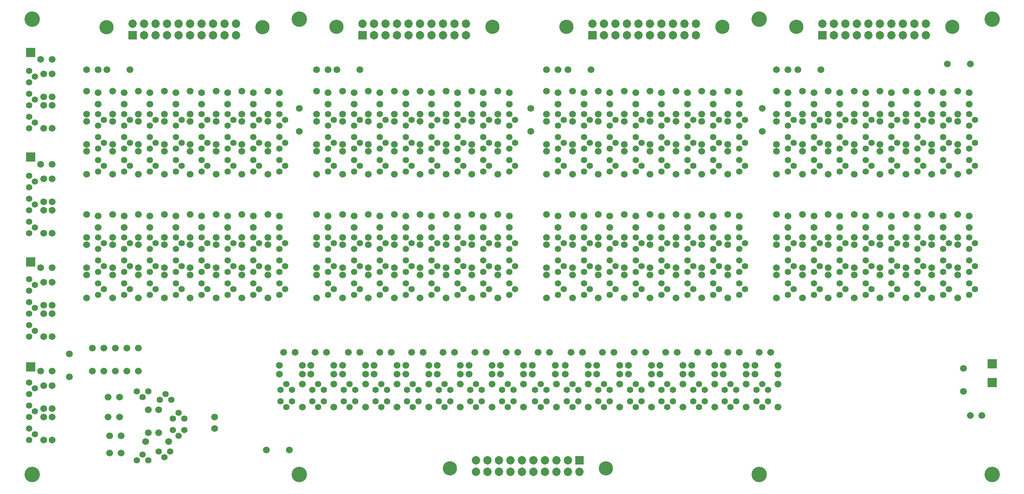
<source format=gbs>
G04 Output by ViewMate Deluxe V11.0.9  PentaLogix LLC*
G04 Mon Mar 30 14:28:06 2015*
%FSLAX33Y33*%
%MOMM*%
%IPPOS*%
%ADD106C,1.4122*%
%ADD107C,1.5113*%
%ADD108R,1.8542X1.8542*%
%ADD109C,1.8542*%
%ADD110C,3.1496*%
%ADD111R,2.0041X2.0041*%
%ADD112C,3.4036*%

%LPD*%
X0Y0D2*D106*G1X9296Y86360D3*X9296Y99060D3*X10566Y97790D3*X9296Y96520D3*X9296Y93980D3*X10566Y92710D3*X9296Y91440D3*X9296Y88900D3*X10566Y87630D3*X169951Y28575D3*X171221Y29845D3*X172491Y28575D3*X172491Y26035D3*X171221Y24765D3*X169951Y26035D3*X162966Y26035D3*X164236Y24765D3*X165506Y26035D3*X165506Y28575D3*X164236Y29845D3*X162966Y28575D3*X155981Y28575D3*X157251Y29845D3*X158521Y28575D3*X158521Y26035D3*X157251Y24765D3*X155981Y26035D3*X148996Y26035D3*X150266Y24765D3*X151536Y26035D3*X151536Y28575D3*X150266Y29845D3*X148996Y28575D3*X142011Y28575D3*X143281Y29845D3*X144551Y28575D3*X144551Y26035D3*X143281Y24765D3*X142011Y26035D3*X135026Y26035D3*X136296Y24765D3*X137566Y26035D3*X137566Y28575D3*X136296Y29845D3*X135026Y28575D3*X128041Y28575D3*X129311Y29845D3*X130581Y28575D3*X130581Y26035D3*X129311Y24765D3*X128041Y26035D3*X121056Y26035D3*X122326Y24765D3*X123596Y26035D3*X123596Y28575D3*X122326Y29845D3*X121056Y28575D3*X33109Y28258D3*X34379Y26988D3*X35649Y28258D3*X39459Y27622D3*X40729Y26352D3*X38189Y26352D3*X35649Y13018D3*X33109Y13018D3*X34379Y14288D3*X37871Y14922D3*X39141Y13652D3*X40411Y14922D3*X43586Y19685D3*X42316Y18415D3*X41046Y19685D3*X41046Y22225D3*X42316Y23495D3*X43586Y22225D3*X67399Y26035D3*X66129Y24765D3*X64859Y26035D3*X64859Y28575D3*X66129Y29845D3*X67399Y28575D3*X74384Y28575D3*X73114Y29845D3*X71844Y28575D3*X71844Y26035D3*X73114Y24765D3*X74384Y26035D3*X81369Y26035D3*X80099Y24765D3*X78829Y26035D3*X78829Y28575D3*X80099Y29845D3*X81369Y28575D3*X88354Y28575D3*X87084Y29845D3*X85814Y28575D3*X85814Y26035D3*X87084Y24765D3*X88354Y26035D3*X102324Y26035D3*X101054Y24765D3*X99784Y26035D3*X95339Y26035D3*X94069Y24765D3*X92799Y26035D3*X92799Y28575D3*X94069Y29845D3*X95339Y28575D3*X99784Y28575D3*X101054Y29845D3*X102324Y28575D3*X109309Y28575D3*X108039Y29845D3*X106769Y28575D3*X106769Y26035D3*X108039Y24765D3*X109309Y26035D3*X113754Y26035D3*X115024Y24765D3*X116294Y26035D3*X116294Y28575D3*X113754Y28575D3*X115024Y29845D3*X115341Y62230D3*X103911Y62230D3*X92481Y62230D3*X81051Y62230D3*X75336Y62230D3*X76606Y60960D3*X75336Y59690D3*X75336Y57150D3*X76606Y55880D3*X75336Y54610D3*X75336Y52070D3*X75336Y49530D3*X76606Y50800D3*X81051Y49530D3*X82321Y50800D3*X81051Y52070D3*X81051Y54610D3*X82321Y55880D3*X81051Y57150D3*X81051Y59690D3*X82321Y60960D3*X86766Y62230D3*X88036Y60960D3*X86766Y59690D3*X86766Y57150D3*X88036Y55880D3*X86766Y54610D3*X86766Y52070D3*X86766Y49530D3*X88036Y50800D3*X92481Y49530D3*X93751Y50800D3*X92481Y52070D3*X92481Y54610D3*X93751Y55880D3*X92481Y57150D3*X92481Y59690D3*X93751Y60960D3*X98196Y62230D3*X99466Y60960D3*X98196Y59690D3*X98196Y57150D3*X99466Y55880D3*X98196Y54610D3*X98196Y52070D3*X98196Y49530D3*X99466Y50800D3*X103911Y49530D3*X105181Y50800D3*X103911Y52070D3*X103911Y54610D3*X105181Y55880D3*X103911Y57150D3*X103911Y59690D3*X105181Y60960D3*X109626Y62230D3*X110896Y60960D3*X109626Y59690D3*X109626Y57150D3*X110896Y55880D3*X109626Y54610D3*X109626Y52070D3*X109626Y49530D3*X110896Y50800D3*X115341Y49530D3*X116611Y50800D3*X115341Y52070D3*X115341Y54610D3*X116611Y55880D3*X115341Y57150D3*X115341Y59690D3*X116611Y60960D3*X166141Y62230D3*X154711Y62230D3*X143281Y62230D3*X131851Y62230D3*X126136Y62230D3*X127406Y60960D3*X126136Y59690D3*X126136Y57150D3*X127406Y55880D3*X126136Y54610D3*X126136Y52070D3*X126136Y49530D3*X127406Y50800D3*X131851Y49530D3*X133121Y50800D3*X131851Y52070D3*X131851Y54610D3*X133121Y55880D3*X131851Y57150D3*X131851Y59690D3*X133121Y60960D3*X137566Y62230D3*X138836Y60960D3*X137566Y59690D3*X137566Y57150D3*X138836Y55880D3*X137566Y54610D3*X137566Y52070D3*X137566Y49530D3*X138836Y50800D3*X143281Y49530D3*X144551Y50800D3*X143281Y52070D3*X143281Y54610D3*X144551Y55880D3*X143281Y57150D3*X143281Y59690D3*X144551Y60960D3*X148996Y62230D3*X150266Y60960D3*X148996Y59690D3*X148996Y57150D3*X150266Y55880D3*X148996Y54610D3*X148996Y52070D3*X148996Y49530D3*X150266Y50800D3*X154711Y49530D3*X155981Y50800D3*X154711Y52070D3*X154711Y54610D3*X155981Y55880D3*X154711Y57150D3*X154711Y59690D3*X155981Y60960D3*X160426Y62230D3*X161696Y60960D3*X160426Y59690D3*X160426Y57150D3*X161696Y55880D3*X160426Y54610D3*X160426Y52070D3*X160426Y49530D3*X161696Y50800D3*X166141Y49530D3*X167411Y50800D3*X166141Y52070D3*X166141Y54610D3*X167411Y55880D3*X166141Y57150D3*X166141Y59690D3*X167411Y60960D3*X205511Y62230D3*X194081Y62230D3*X182651Y62230D3*X176936Y62230D3*X178206Y60960D3*X176936Y59690D3*X176936Y57150D3*X178206Y55880D3*X176936Y54610D3*X176936Y52070D3*X176936Y49530D3*X178206Y50800D3*X182651Y49530D3*X183921Y50800D3*X182651Y52070D3*X182651Y54610D3*X183921Y55880D3*X182651Y57150D3*X182651Y59690D3*X183921Y60960D3*X188366Y62230D3*X189636Y60960D3*X188366Y59690D3*X188366Y57150D3*X189636Y55880D3*X188366Y54610D3*X188366Y52070D3*X188366Y49530D3*X189636Y50800D3*X194081Y49530D3*X195351Y50800D3*X194081Y52070D3*X194081Y54610D3*X195351Y55880D3*X194081Y57150D3*X194081Y59690D3*X195351Y60960D3*X199796Y62230D3*X201066Y60960D3*X199796Y59690D3*X199796Y57150D3*X201066Y55880D3*X199796Y54610D3*X199796Y52070D3*X199796Y49530D3*X201066Y50800D3*X205511Y49530D3*X206781Y50800D3*X205511Y52070D3*X205511Y54610D3*X206781Y55880D3*X205511Y57150D3*X205511Y59690D3*X206781Y60960D3*X211226Y62230D3*X212496Y60960D3*X211226Y59690D3*X211226Y57150D3*X212496Y55880D3*X211226Y54610D3*X211226Y52070D3*X211226Y49530D3*X212496Y50800D3*X216941Y49530D3*X218211Y50800D3*X216941Y52070D3*X216941Y54610D3*X218211Y55880D3*X216941Y57150D3*X216941Y59690D3*X218211Y60960D3*X216941Y62230D3*X216941Y76835D3*X218211Y78105D3*X216941Y79375D3*X216941Y81915D3*X218211Y83185D3*X216941Y84455D3*X216941Y86995D3*X218211Y88265D3*X216941Y89535D3*X211226Y89535D3*X212496Y88265D3*X211226Y86995D3*X211226Y84455D3*X212496Y83185D3*X211226Y81915D3*X211226Y79375D3*X212496Y78105D3*X211226Y76835D3*X205511Y76835D3*X206781Y78105D3*X205511Y79375D3*X205511Y81915D3*X206781Y83185D3*X205511Y84455D3*X205511Y86995D3*X206781Y88265D3*X205511Y89535D3*X199796Y89535D3*X201066Y88265D3*X199796Y86995D3*X199796Y84455D3*X201066Y83185D3*X199796Y81915D3*X199796Y79375D3*X201066Y78105D3*X199796Y76835D3*X194081Y76835D3*X195351Y78105D3*X194081Y79375D3*X194081Y81915D3*X195351Y83185D3*X194081Y84455D3*X194081Y86995D3*X195351Y88265D3*X194081Y89535D3*X188366Y89535D3*X189636Y88265D3*X188366Y86995D3*X188366Y84455D3*X189636Y83185D3*X188366Y81915D3*X188366Y79375D3*X189636Y78105D3*X188366Y76835D3*X182651Y76835D3*X183921Y78105D3*X182651Y79375D3*X182651Y81915D3*X183921Y83185D3*X182651Y84455D3*X182651Y86995D3*X183921Y88265D3*X182651Y89535D3*X176936Y89535D3*X178206Y88265D3*X176936Y86995D3*X176936Y84455D3*X178206Y83185D3*X176936Y81915D3*X176936Y79375D3*X178206Y78105D3*X176936Y76835D3*X166141Y76835D3*X167411Y78105D3*X166141Y79375D3*X166141Y81915D3*X167411Y83185D3*X166141Y84455D3*X166141Y86995D3*X167411Y88265D3*X166141Y89535D3*X160426Y89535D3*X161696Y88265D3*X160426Y86995D3*X160426Y84455D3*X161696Y83185D3*X160426Y81915D3*X160426Y79375D3*X161696Y78105D3*X160426Y76835D3*X154711Y76835D3*X155981Y78105D3*X154711Y79375D3*X154711Y81915D3*X155981Y83185D3*X154711Y84455D3*X154711Y86995D3*X155981Y88265D3*X154711Y89535D3*X148996Y89535D3*X150266Y88265D3*X148996Y86995D3*X148996Y84455D3*X150266Y83185D3*X148996Y81915D3*X148996Y79375D3*X150266Y78105D3*X148996Y76835D3*X143281Y76835D3*X144551Y78105D3*X143281Y79375D3*X143281Y81915D3*X144551Y83185D3*X143281Y84455D3*X143281Y86995D3*X144551Y88265D3*X143281Y89535D3*X137566Y89535D3*X138836Y88265D3*X137566Y86995D3*X137566Y84455D3*X138836Y83185D3*X137566Y81915D3*X137566Y79375D3*X138836Y78105D3*X137566Y76835D3*X131851Y76835D3*X133121Y78105D3*X131851Y79375D3*X131851Y81915D3*X133121Y83185D3*X131851Y84455D3*X131851Y86995D3*X133121Y88265D3*X131851Y89535D3*X126136Y89535D3*X127406Y88265D3*X126136Y86995D3*X126136Y84455D3*X127406Y83185D3*X126136Y81915D3*X126136Y79375D3*X127406Y78105D3*X126136Y76835D3*X115341Y76835D3*X116611Y78105D3*X115341Y79375D3*X115341Y81915D3*X116611Y83185D3*X115341Y84455D3*X115341Y86995D3*X116611Y88265D3*X115341Y89535D3*X109626Y89535D3*X110896Y88265D3*X109626Y86995D3*X109626Y84455D3*X110896Y83185D3*X109626Y81915D3*X109626Y79375D3*X110896Y78105D3*X109626Y76835D3*X103911Y76835D3*X105181Y78105D3*X103911Y79375D3*X103911Y81915D3*X105181Y83185D3*X103911Y84455D3*X103911Y86995D3*X105181Y88265D3*X103911Y89535D3*X98196Y89535D3*X99466Y88265D3*X98196Y86995D3*X98196Y84455D3*X99466Y83185D3*X98196Y81915D3*X98196Y79375D3*X99466Y78105D3*X98196Y76835D3*X92481Y76835D3*X93751Y78105D3*X92481Y79375D3*X92481Y81915D3*X93751Y83185D3*X92481Y84455D3*X92481Y86995D3*X93751Y88265D3*X92481Y89535D3*X86766Y89535D3*X88036Y88265D3*X86766Y86995D3*X86766Y84455D3*X88036Y83185D3*X86766Y81915D3*X86766Y79375D3*X88036Y78105D3*X86766Y76835D3*X81051Y76835D3*X82321Y78105D3*X81051Y79375D3*X81051Y81915D3*X82321Y83185D3*X81051Y84455D3*X81051Y86995D3*X82321Y88265D3*X81051Y89535D3*X75336Y89535D3*X76606Y88265D3*X75336Y86995D3*X75336Y84455D3*X76606Y83185D3*X75336Y81915D3*X75336Y79375D3*X76606Y78105D3*X75336Y76835D3*X64541Y76835D3*X65811Y78105D3*X64541Y79375D3*X64541Y81915D3*X65811Y83185D3*X64541Y84455D3*X64541Y86995D3*X65811Y88265D3*X64541Y89535D3*X58826Y89535D3*X60096Y88265D3*X58826Y86995D3*X58826Y84455D3*X60096Y83185D3*X58826Y81915D3*X58826Y79375D3*X60096Y78105D3*X58826Y76835D3*X53111Y76835D3*X54381Y78105D3*X53111Y79375D3*X53111Y81915D3*X54381Y83185D3*X53111Y84455D3*X53111Y86995D3*X54381Y88265D3*X53111Y89535D3*X47396Y89535D3*X48666Y88265D3*X47396Y86995D3*X47396Y84455D3*X48666Y83185D3*X47396Y81915D3*X47396Y79375D3*X48666Y78105D3*X47396Y76835D3*X41681Y76835D3*X42951Y78105D3*X41681Y79375D3*X41681Y81915D3*X42951Y83185D3*X41681Y84455D3*X41681Y86995D3*X42951Y88265D3*X41681Y89535D3*X35966Y89535D3*X37236Y88265D3*X35966Y86995D3*X35966Y84455D3*X37236Y83185D3*X35966Y81915D3*X35966Y79375D3*X37236Y78105D3*X35966Y76835D3*X30251Y76835D3*X31521Y78105D3*X30251Y79375D3*X30251Y81915D3*X31521Y83185D3*X30251Y84455D3*X30251Y86995D3*X31521Y88265D3*X30251Y89535D3*X24536Y89535D3*X25806Y88265D3*X24536Y86995D3*X24536Y84455D3*X25806Y83185D3*X24536Y81915D3*X24536Y79375D3*X25806Y78105D3*X24536Y76835D3*X9296Y75882D3*X10566Y74612D3*X9296Y73342D3*X9296Y70802D3*X10566Y69532D3*X9296Y68262D3*X9296Y65722D3*X9296Y63182D3*X10566Y64452D3*X24536Y62230D3*X47396Y62230D3*X58826Y52070D3*X58826Y49530D3*X60096Y50800D3*X64541Y49530D3*X65811Y50800D3*X64541Y52070D3*X64541Y54610D3*X65811Y55880D3*X64541Y57150D3*X64541Y59690D3*X65811Y60960D3*X64541Y62230D3*X58826Y62230D3*X60096Y60960D3*X58826Y59690D3*X58826Y57150D3*X60096Y55880D3*X58826Y54610D3*X47396Y54610D3*X48666Y55880D3*X47396Y57150D3*X47396Y59690D3*X48666Y60960D3*X53111Y62230D3*X54381Y60960D3*X53111Y59690D3*X53111Y57150D3*X54381Y55880D3*X53111Y54610D3*X53111Y52070D3*X54381Y50800D3*X53111Y49530D3*X47396Y49530D3*X48666Y50800D3*X47396Y52070D3*X35966Y52070D3*X35966Y49530D3*X37236Y50800D3*X41681Y49530D3*X42951Y50800D3*X41681Y52070D3*X41681Y54610D3*X42951Y55880D3*X41681Y57150D3*X41681Y59690D3*X42951Y60960D3*X41681Y62230D3*X35966Y62230D3*X37236Y60960D3*X35966Y59690D3*X35966Y57150D3*X37236Y55880D3*X35966Y54610D3*X24536Y54610D3*X25806Y55880D3*X24536Y57150D3*X24536Y59690D3*X25806Y60960D3*X30251Y62230D3*X31521Y60960D3*X30251Y59690D3*X30251Y57150D3*X31521Y55880D3*X30251Y54610D3*X30251Y52070D3*X31521Y50800D3*X30251Y49530D3*X24536Y49530D3*X25806Y50800D3*X24536Y52070D3*X9296Y53022D3*X10566Y51752D3*X9296Y50482D3*X9296Y47942D3*X10566Y46672D3*X9296Y45402D3*X9296Y42862D3*X10566Y41592D3*X9296Y40322D3*X9296Y30162D3*X10566Y28892D3*X9296Y27622D3*X9296Y25082D3*X10566Y23812D3*X9296Y22542D3*X9296Y20002D3*X10566Y18732D3*X9296Y17462D3*D107*X31521Y99378D3*X26441Y99378D3*X24536Y99378D3*X21996Y99378D3*X14376Y101600D3*X11836Y101600D3*X12471Y98425D3*X14376Y98425D3*X14376Y91440D3*X14376Y93345D3*X12471Y93345D3*X12471Y91440D3*X12471Y70168D3*X14376Y70168D3*X14376Y68262D3*X12471Y68262D3*X12471Y63182D3*X14376Y63182D3*X14376Y52388D3*X12471Y52388D3*X11836Y55562D3*X14376Y55562D3*X21996Y55562D3*X21996Y53975D3*X27711Y53975D3*X27711Y55562D3*X33426Y55562D3*X33426Y53975D3*X62001Y53975D3*X62001Y55562D3*X56286Y55562D3*X56286Y53975D3*X50571Y53975D3*X50571Y55562D3*X44856Y55562D3*X44856Y53975D3*X39141Y53975D3*X39141Y55562D3*X41681Y64452D3*X53111Y64452D3*X64541Y64452D3*X62001Y60642D3*X62001Y62230D3*X58826Y64452D3*X56286Y62230D3*X56286Y60642D3*X50571Y60642D3*X50571Y62230D3*X47396Y64452D3*X44856Y62230D3*X44856Y60642D3*X39141Y60642D3*X39141Y62230D3*X35966Y64452D3*X33426Y60642D3*X33426Y62230D3*X30251Y64452D3*X27711Y62230D3*X27711Y60642D3*X21996Y60642D3*X21996Y62230D3*X24536Y64452D3*X21996Y67310D3*X24536Y66992D3*X27711Y67310D3*X30251Y66992D3*X33426Y67310D3*X35966Y66992D3*X39141Y67310D3*X41681Y66992D3*X44856Y67310D3*X47396Y66992D3*X50571Y67310D3*X53111Y66992D3*X56286Y67310D3*X58826Y66992D3*X62001Y67310D3*X64541Y66992D3*X123596Y99378D3*X126136Y99378D3*X128359Y99378D3*X133439Y99378D3*X208686Y60642D3*X208686Y62230D3*X211226Y64452D3*X208686Y67310D3*X211226Y66992D3*X214401Y67310D3*X216941Y66992D3*X216941Y64452D3*X214401Y62230D3*X214401Y60642D3*X219799Y22860D3*X217259Y22860D3*X215671Y33338D3*X215671Y28258D3*X174714Y24765D3*X174714Y29845D3*X174714Y32068D3*X174714Y33972D3*X173126Y36830D3*X170586Y36830D3*X143281Y64452D3*X154711Y64452D3*X174396Y53975D3*X174396Y55562D3*X180111Y55562D3*X180111Y53975D3*X185826Y53975D3*X185826Y55562D3*X191541Y55562D3*X191541Y53975D3*X197256Y53975D3*X197256Y55562D3*X202971Y55562D3*X202971Y53975D3*X208686Y53975D3*X208686Y55562D3*X214401Y55562D3*X214401Y53975D3*X214401Y48895D3*X208686Y48895D3*X202971Y48895D3*X197256Y48895D3*X191541Y48895D3*X185826Y48895D3*X180111Y48895D3*X174396Y48895D3*X163601Y48895D3*X157886Y48895D3*X152171Y48895D3*X146456Y48895D3*X140741Y48895D3*X135026Y48895D3*X129311Y48895D3*X123596Y48895D3*X97561Y24765D3*X104546Y24765D3*X111531Y24765D3*X118516Y24765D3*X125819Y24765D3*X132804Y24765D3*X139789Y24765D3*X146774Y24765D3*X153759Y24765D3*X160744Y24765D3*X167729Y24765D3*X167729Y29845D3*X167729Y32068D3*X169634Y32068D3*X169634Y33972D3*X167729Y33972D3*X166141Y36830D3*X163601Y36830D3*X156934Y36830D3*X159474Y36830D3*X160744Y33972D3*X162649Y33972D3*X162649Y32068D3*X160744Y32068D3*X160744Y29845D3*X153759Y29845D3*X153759Y32068D3*X155664Y32068D3*X155664Y33972D3*X153759Y33972D3*X152489Y36830D3*X149949Y36830D3*X142964Y36830D3*X145504Y36830D3*X146774Y33972D3*X148679Y33972D3*X148679Y32068D3*X146774Y32068D3*X146774Y29845D3*X139789Y29845D3*X139789Y32068D3*X141694Y32068D3*X141694Y33972D3*X139789Y33972D3*X138519Y36830D3*X135979Y36830D3*X128994Y36830D3*X131534Y36830D3*X132804Y33972D3*X134709Y33972D3*X134709Y32068D3*X132804Y32068D3*X132804Y29845D3*X125819Y29845D3*X125501Y32068D3*X127724Y32068D3*X127724Y33972D3*X125501Y33972D3*X124231Y36830D3*X121691Y36830D3*X114706Y36830D3*X117246Y36830D3*X118516Y33972D3*X120421Y33972D3*X120421Y32068D3*X118516Y32068D3*X118516Y29845D3*X111531Y29845D3*X111531Y32068D3*X113436Y32068D3*X113436Y33972D3*X111531Y33972D3*X110261Y36830D3*X107721Y36830D3*X100736Y36830D3*X103276Y36830D3*X104546Y33972D3*X106451Y33972D3*X106451Y32068D3*X104546Y32068D3*X104546Y29845D3*X97561Y29845D3*X97561Y32068D3*X99466Y32068D3*X99466Y33972D3*X97561Y33972D3*X96291Y36830D3*X93751Y36830D3*X76606Y29845D3*X68034Y36830D3*X65494Y36830D3*X64541Y33972D3*X64541Y32068D3*X69621Y29845D3*X71526Y32068D3*X69621Y32068D3*X69621Y33972D3*X71526Y33972D3*X72479Y36830D3*X75019Y36830D3*X82321Y36830D3*X79781Y36830D3*X78511Y33972D3*X76606Y33972D3*X76606Y32068D3*X78511Y32068D3*X83591Y29845D3*X85496Y32068D3*X83591Y32068D3*X83591Y33972D3*X85496Y33972D3*X86766Y36830D3*X89306Y36830D3*X90576Y33972D3*X92481Y33972D3*X92481Y32068D3*X90576Y32068D3*X90576Y29845D3*X90576Y24765D3*X83591Y24765D3*X76606Y24765D3*X69621Y24765D3*X66764Y15240D3*X61684Y15240D3*X50254Y20002D3*X50254Y22542D3*X26759Y26988D3*X29299Y26988D3*X37871Y24130D3*X35649Y24130D3*X29299Y22542D3*X26759Y22542D3*X27076Y14605D3*X29616Y14605D3*X40094Y17145D3*X37871Y19050D3*X35649Y19050D3*X35014Y17145D3*X29616Y18415D3*X27076Y18415D3*X12471Y17462D3*X14376Y17462D3*X14376Y22542D3*X12471Y22542D3*X12471Y24448D3*X14376Y24448D3*X14376Y29528D3*X12471Y29528D3*X11836Y32702D3*X14376Y32702D3*X18186Y31432D3*X23266Y32702D3*X25806Y32702D3*X28346Y32702D3*X30886Y32702D3*X33426Y32702D3*X33426Y37782D3*X30886Y37782D3*X28346Y37782D3*X25806Y37782D3*X23266Y37782D3*X18186Y36512D3*X12471Y40322D3*X14376Y40322D3*X14376Y45402D3*X12471Y45402D3*X12471Y47308D3*X14376Y47308D3*X21996Y48895D3*X27711Y48895D3*X33426Y48895D3*X39141Y48895D3*X44856Y48895D3*X50571Y48895D3*X56286Y48895D3*X62001Y48895D3*X72796Y48895D3*X78511Y48895D3*X84226Y48895D3*X89941Y48895D3*X95656Y48895D3*X101371Y48895D3*X107086Y48895D3*X112801Y48895D3*X112801Y60642D3*X112801Y62230D3*X115341Y64452D3*X115341Y66992D3*X112801Y67310D3*X107086Y67310D3*X109626Y66992D3*X109626Y64452D3*X107086Y62230D3*X107086Y60642D3*X101371Y60642D3*X101371Y62230D3*X103911Y64452D3*X103911Y66992D3*X101371Y67310D3*X95656Y67310D3*X98196Y66992D3*X98196Y64452D3*X95656Y62230D3*X95656Y60642D3*X89941Y60642D3*X89941Y62230D3*X92481Y64452D3*X92481Y66992D3*X89941Y67310D3*X84226Y67310D3*X86766Y66992D3*X86766Y64452D3*X84226Y62230D3*X84226Y60642D3*X78511Y60642D3*X78511Y62230D3*X81051Y64452D3*X81051Y66992D3*X78511Y67310D3*X72796Y67310D3*X75336Y66992D3*X75336Y64452D3*X72796Y62230D3*X72796Y60642D3*X72796Y55562D3*X72796Y53975D3*X78511Y53975D3*X78511Y55562D3*X84226Y55562D3*X84226Y53975D3*X89941Y53975D3*X89941Y55562D3*X95656Y55562D3*X95656Y53975D3*X101371Y53975D3*X101371Y55562D3*X107086Y55562D3*X107086Y53975D3*X112801Y53975D3*X112801Y55562D3*X123596Y55562D3*X123596Y53975D3*X129311Y53975D3*X129311Y55562D3*X135026Y55562D3*X135026Y53975D3*X140741Y53975D3*X140741Y55562D3*X146456Y55562D3*X146456Y53975D3*X152171Y53975D3*X152171Y55562D3*X157886Y55562D3*X157886Y53975D3*X163601Y53975D3*X163601Y55562D3*X163601Y60642D3*X163601Y62230D3*X160426Y64452D3*X157886Y62230D3*X157886Y60642D3*X152171Y60642D3*X152171Y62230D3*X148996Y64452D3*X146456Y62230D3*X146456Y60642D3*X140741Y60642D3*X140741Y62230D3*X137566Y64452D3*X135026Y60642D3*X135026Y62230D3*X131851Y64452D3*X129311Y62230D3*X129311Y60642D3*X123596Y60642D3*X123596Y62230D3*X126136Y64452D3*X123596Y67310D3*X126136Y66992D3*X129311Y67310D3*X131851Y66992D3*X135026Y67310D3*X137566Y66992D3*X140741Y67310D3*X143281Y66992D3*X146456Y67310D3*X148996Y66992D3*X152171Y67310D3*X154711Y66992D3*X157886Y67310D3*X160426Y66992D3*X163601Y67310D3*X166141Y66992D3*X166141Y64452D3*X174396Y60642D3*X174396Y62230D3*X176936Y64452D3*X182651Y64452D3*X180111Y62230D3*X180111Y60642D3*X185826Y60642D3*X185826Y62230D3*X188366Y64452D3*X194081Y64452D3*X191541Y62230D3*X191541Y60642D3*X197256Y60642D3*X197256Y62230D3*X199796Y64452D3*X202971Y60642D3*X202971Y62230D3*X205511Y64452D3*X205511Y66992D3*X202971Y67310D3*X199796Y66992D3*X197256Y67310D3*X194081Y66992D3*X191541Y67310D3*X188366Y66992D3*X185826Y67310D3*X182651Y66992D3*X180111Y67310D3*X176936Y66992D3*X174396Y67310D3*X174396Y76200D3*X180111Y76200D3*X185826Y76200D3*X191541Y76200D3*X197256Y76200D3*X202971Y76200D3*X208686Y76200D3*X214401Y76200D3*X217259Y100648D3*X212179Y100648D3*X211226Y91758D3*X208686Y87948D3*X208686Y89535D3*X205511Y91758D3*X202971Y87948D3*X202971Y89535D3*X197256Y94615D3*X185826Y94615D3*X184239Y99378D3*X179159Y99378D3*X176936Y99378D3*X174396Y99378D3*X174396Y94615D3*X176936Y91758D3*X176936Y94298D3*X180111Y94615D3*X182651Y94298D3*X182651Y91758D3*X180111Y89535D3*X180111Y87948D3*X185826Y87948D3*X185826Y89535D3*X188366Y91758D3*X188366Y94298D3*X191541Y94615D3*X194081Y94298D3*X194081Y91758D3*X191541Y89535D3*X191541Y87948D3*X197256Y87948D3*X197256Y89535D3*X199796Y91758D3*X199796Y94298D3*X202971Y94615D3*X205511Y94298D3*X208686Y94615D3*X211226Y94298D3*X214401Y94615D3*X216941Y94298D3*X216941Y91758D3*X214401Y89535D3*X214401Y87948D3*X214401Y82868D3*X214401Y81280D3*X208686Y81280D3*X208686Y82868D3*X202971Y82868D3*X202971Y81280D3*X197256Y81280D3*X197256Y82868D3*X191541Y82868D3*X191541Y81280D3*X185826Y81280D3*X185826Y82868D3*X180111Y82868D3*X180111Y81280D3*X174396Y81280D3*X174396Y82868D3*X171221Y85725D3*X174396Y87948D3*X174396Y89535D3*X171221Y90805D3*X163601Y94615D3*X166141Y94298D3*X166141Y91758D3*X163601Y89535D3*X163601Y87948D3*X157886Y87948D3*X157886Y89535D3*X160426Y91758D3*X160426Y94298D3*X157886Y94615D3*X152171Y94615D3*X154711Y94298D3*X154711Y91758D3*X152171Y89535D3*X152171Y87948D3*X146456Y87948D3*X146456Y89535D3*X148996Y91758D3*X148996Y94298D3*X146456Y94615D3*X140741Y94615D3*X143281Y94298D3*X143281Y91758D3*X140741Y89535D3*X140741Y87948D3*X135026Y87948D3*X135026Y89535D3*X137566Y91758D3*X137566Y94298D3*X135026Y94615D3*X129311Y94615D3*X131851Y94298D3*X131851Y91758D3*X129311Y89535D3*X129311Y87948D3*X123596Y81280D3*X123596Y82868D3*X129311Y82868D3*X129311Y81280D3*X135026Y81280D3*X135026Y82868D3*X140741Y82868D3*X140741Y81280D3*X146456Y81280D3*X146456Y82868D3*X152171Y82868D3*X152171Y81280D3*X157886Y81280D3*X157886Y82868D3*X163601Y82868D3*X163601Y81280D3*X163601Y76200D3*X157886Y76200D3*X152171Y76200D3*X146456Y76200D3*X140741Y76200D3*X135026Y76200D3*X129311Y76200D3*X123596Y76200D3*X112801Y76200D3*X107086Y76200D3*X101371Y76200D3*X95656Y76200D3*X89941Y76200D3*X84226Y76200D3*X78511Y76200D3*X72796Y76200D3*X62001Y76200D3*X56286Y76200D3*X50571Y76200D3*X44856Y76200D3*X39141Y76200D3*X33426Y76200D3*X27711Y76200D3*X21996Y76200D3*X14376Y75248D3*X12471Y75248D3*X11836Y78422D3*X14376Y78422D3*X21996Y82868D3*X21996Y81280D3*X27711Y81280D3*X27711Y82868D3*X33426Y82868D3*X33426Y81280D3*X39141Y81280D3*X39141Y82868D3*X44856Y82868D3*X44856Y81280D3*X50571Y81280D3*X50571Y82868D3*X56286Y82868D3*X56286Y81280D3*X62001Y81280D3*X62001Y82868D3*X72796Y99378D3*X75336Y99378D3*X77241Y99378D3*X82321Y99378D3*X86766Y91758D3*X98196Y91758D3*X109626Y91758D3*X112801Y89535D3*X112801Y87948D3*X107086Y87948D3*X107086Y89535D3*X103911Y91758D3*X101371Y89535D3*X101371Y87948D3*X95656Y87948D3*X95656Y89535D3*X92481Y91758D3*X89941Y89535D3*X89941Y87948D3*X84226Y87948D3*X84226Y89535D3*X81051Y91758D3*X78511Y87948D3*X78511Y89535D3*X75336Y91758D3*X72796Y94615D3*X75336Y94298D3*X78511Y94615D3*X81051Y94298D3*X84226Y94615D3*X86766Y94298D3*X89941Y94615D3*X92481Y94298D3*X95656Y94615D3*X98196Y94298D3*X101371Y94615D3*X103911Y94298D3*X107086Y94615D3*X109626Y94298D3*X112801Y94615D3*X115341Y94298D3*X115341Y91758D3*X120104Y90805D3*X123596Y94615D3*X126136Y94298D3*X126136Y91758D3*X123596Y89535D3*X123596Y87948D3*X120104Y85725D3*X112801Y82868D3*X112801Y81280D3*X107086Y81280D3*X107086Y82868D3*X101371Y82868D3*X101371Y81280D3*X95656Y81280D3*X95656Y82868D3*X89941Y82868D3*X89941Y81280D3*X84226Y81280D3*X84226Y82868D3*X78511Y82868D3*X78511Y81280D3*X72796Y81280D3*X72796Y82868D3*X68986Y85725D3*X72796Y87948D3*X72796Y89535D3*X68986Y90805D3*X62001Y94615D3*X64541Y94298D3*X64541Y91758D3*X62001Y87948D3*X62001Y89535D3*X53111Y91758D3*X50571Y94615D3*X53111Y94298D3*X56286Y94615D3*X58826Y94298D3*X58826Y91758D3*X56286Y89535D3*X56286Y87948D3*X50571Y87948D3*X50571Y89535D3*X41681Y91758D3*X39141Y94615D3*X41681Y94298D3*X44856Y94615D3*X47396Y94298D3*X47396Y91758D3*X44856Y89535D3*X44856Y87948D3*X39141Y87948D3*X39141Y89535D3*X30251Y91758D3*X27711Y89535D3*X27711Y87948D3*X33426Y87948D3*X33426Y89535D3*X35966Y91758D3*X35966Y94298D3*X33426Y94615D3*X30251Y94298D3*X27711Y94615D3*X21996Y94615D3*X24536Y94298D3*X24536Y91758D3*X21996Y89535D3*X21996Y87948D3*X14376Y86360D3*X12471Y86360D3*D108*X130899Y13018D3*X184556Y106998D3*X133756Y106998D3*X82956Y106998D3*X32156Y106934D3*D109*X55016Y109474D3*X52476Y109474D3*X49936Y109474D3*X47396Y109474D3*X44856Y109474D3*X42316Y109474D3*X39776Y109474D3*X37236Y109474D3*X32156Y109474D3*X34696Y109474D3*X34696Y106934D3*X37236Y106934D3*X39776Y106934D3*X42316Y106934D3*X44856Y106934D3*X47396Y106934D3*X49936Y106934D3*X52476Y106934D3*X55016Y106934D3*X105816Y106998D3*X103276Y106998D3*X100736Y106998D3*X98196Y106998D3*X95656Y106998D3*X93116Y106998D3*X90576Y106998D3*X88036Y106998D3*X85496Y106998D3*X82956Y109538D3*X85496Y109538D3*X88036Y109538D3*X90576Y109538D3*X93116Y109538D3*X95656Y109538D3*X98196Y109538D3*X100736Y109538D3*X103276Y109538D3*X105816Y109538D3*X199796Y109538D3*X202336Y109538D3*X204876Y109538D3*X207416Y109538D3*X207416Y106998D3*X204876Y106998D3*X202336Y106998D3*X199796Y106998D3*X187096Y106998D3*X189636Y106998D3*X192176Y106998D3*X194716Y106998D3*X197256Y106998D3*X197256Y109538D3*X194716Y109538D3*X192176Y109538D3*X189636Y109538D3*X187096Y109538D3*X184556Y109538D3*X156616Y106998D3*X156616Y109538D3*X133756Y109538D3*X136296Y109538D3*X138836Y109538D3*X141376Y109538D3*X143916Y109538D3*X146456Y109538D3*X148996Y109538D3*X151536Y109538D3*X154076Y109538D3*X154076Y106998D3*X151536Y106998D3*X148996Y106998D3*X146456Y106998D3*X143916Y106998D3*X141376Y106998D3*X138836Y106998D3*X136296Y106998D3*X130899Y10478D3*X128359Y10478D3*X125819Y10478D3*X123279Y10478D3*X120739Y10478D3*X118199Y10478D3*X115659Y10478D3*X113119Y10478D3*X110579Y10478D3*X108039Y10478D3*X108039Y13018D3*X110579Y13018D3*X113119Y13018D3*X115659Y13018D3*X118199Y13018D3*X120739Y13018D3*X123279Y13018D3*X125819Y13018D3*X128359Y13018D3*D110*X26340Y108737D3*X102222Y11214D3*X136716Y11214D3*X213233Y108801D3*X178740Y108801D3*X162433Y108801D3*X127940Y108801D3*X111633Y108801D3*X77140Y108801D3*X60833Y108737D3*D111*X222021Y30162D3*X222021Y34290D3*X9614Y33655D3*X9614Y56832D3*X9614Y80010D3*X9614Y103188D3*D112*X9931Y110490D3*X68986Y110490D3*X170586Y110490D3*X222021Y110490D3*X222021Y9842D3*X170586Y9842D3*X68986Y9842D3*X9931Y9842D3*X0Y0D2*M02*
</source>
